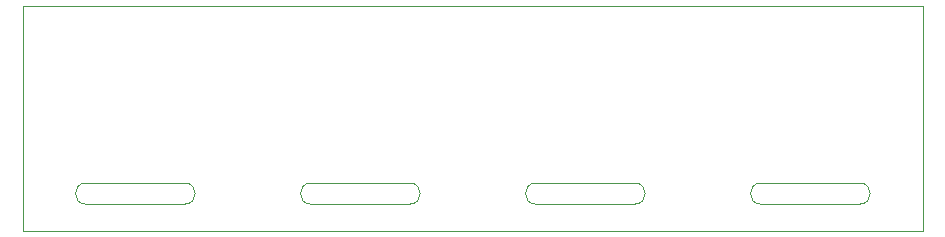
<source format=gm1>
%TF.GenerationSoftware,KiCad,Pcbnew,(5.1.9)-1*%
%TF.CreationDate,2021-10-01T07:45:35+02:00*%
%TF.ProjectId,poly_kb_1Ux4,706f6c79-5f6b-4625-9f31-5578342e6b69,rev?*%
%TF.SameCoordinates,Original*%
%TF.FileFunction,Profile,NP*%
%FSLAX46Y46*%
G04 Gerber Fmt 4.6, Leading zero omitted, Abs format (unit mm)*
G04 Created by KiCad (PCBNEW (5.1.9)-1) date 2021-10-01 07:45:35*
%MOMM*%
%LPD*%
G01*
G04 APERTURE LIST*
%TA.AperFunction,Profile*%
%ADD10C,0.050000*%
%TD*%
G04 APERTURE END LIST*
D10*
X171640500Y-85407500D02*
X171640500Y-104457500D01*
X157924500Y-102171500D02*
G75*
G02*
X157924500Y-100393500I0J889000D01*
G01*
X138874500Y-102171500D02*
G75*
G02*
X138874500Y-100393500I0J889000D01*
G01*
X119824500Y-102171500D02*
G75*
G02*
X119824500Y-100393500I0J889000D01*
G01*
X166306500Y-102171500D02*
X157924500Y-102171500D01*
X147256500Y-102171500D02*
X138874500Y-102171500D01*
X128206500Y-102171500D02*
X119824500Y-102171500D01*
X171640500Y-104457500D02*
X152590500Y-104457500D01*
X152590500Y-104457500D02*
X133540500Y-104457500D01*
X133540500Y-104457500D02*
X114490500Y-104457500D01*
X171640500Y-85407500D02*
X152590500Y-85407500D01*
X152590500Y-85407500D02*
X133540500Y-85407500D01*
X133540500Y-85407500D02*
X114490500Y-85407500D01*
X166306500Y-100393500D02*
G75*
G02*
X166306500Y-102171500I0J-889000D01*
G01*
X147256500Y-100393500D02*
G75*
G02*
X147256500Y-102171500I0J-889000D01*
G01*
X128206500Y-100393500D02*
G75*
G02*
X128206500Y-102171500I0J-889000D01*
G01*
X166306500Y-100393500D02*
X157924500Y-100393500D01*
X147256500Y-100393500D02*
X138874500Y-100393500D01*
X128206500Y-100393500D02*
X119824500Y-100393500D01*
X109156500Y-100393500D02*
G75*
G02*
X109156500Y-102171500I0J-889000D01*
G01*
X100774500Y-102171500D02*
G75*
G02*
X100774500Y-100393500I0J889000D01*
G01*
X109156500Y-102171500D02*
X100774500Y-102171500D01*
X109156500Y-100393500D02*
X100774500Y-100393500D01*
X114490500Y-104457500D02*
X95440500Y-104457500D01*
X114490500Y-85407500D02*
X95440500Y-85407500D01*
X95440500Y-85407500D02*
X95440500Y-104457500D01*
M02*

</source>
